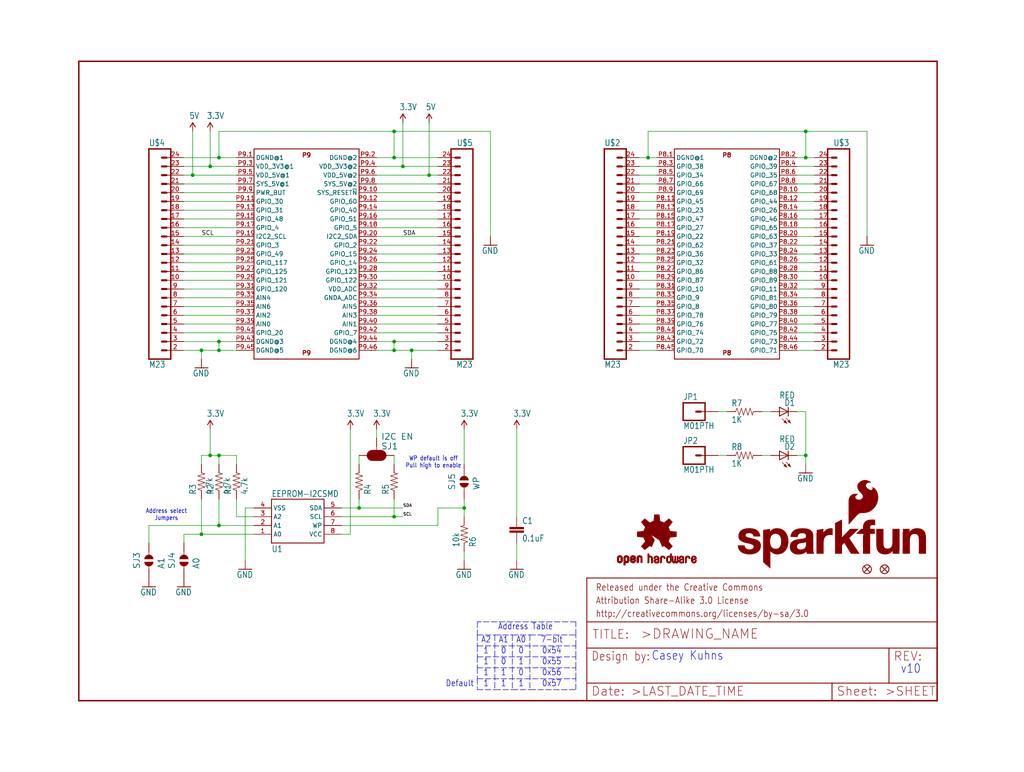
<source format=kicad_sch>
(kicad_sch (version 20211123) (generator eeschema)
  (paper "User" 297.002 223.926)
  (lib_symbols
    (symbol "schematicEagle-eagle-import:0.1UF-25V(+80{slash}-20%)(0603)"
      (property "Reference" "C" (at 1.524 2.921 0))
      (property "Value" "0.1UF-25V(+80{slash}-20%)(0603)" (at 1.524 -2.159 0))
      (symbol "0.1UF-25V(+80{slash}-20%)(0603)_1_0"
        (pin passive line (at 0 5.08 270) (length 2.54) (name "1") (number "1"))
        (pin passive line (at 0 -2.54 90) (length 2.54) (name "2") (number "2"))
      )
    )
    (symbol "schematicEagle-eagle-import:10KOHM1{slash}10W1%(0603)0603"
      (property "Reference" "R" (at -3.81 1.4986 0))
      (property "Value" "10KOHM1{slash}10W1%(0603)0603" (at -3.81 -3.302 0))
      (symbol "10KOHM1{slash}10W1%(0603)0603_1_0"
        (pin passive line (at -5.08 0 0) (length 2.54) (name "1") (number "1"))
        (pin passive line (at 5.08 0 180) (length 2.54) (name "2") (number "2"))
      )
    )
    (symbol "schematicEagle-eagle-import:1KOHM1{slash}10W1%(0603)"
      (property "Reference" "R" (at -3.81 1.4986 0))
      (property "Value" "1KOHM1{slash}10W1%(0603)" (at -3.81 -3.302 0))
      (symbol "1KOHM1{slash}10W1%(0603)_1_0"
        (pin passive line (at -5.08 0 0) (length 2.54) (name "1") (number "1"))
        (pin passive line (at 5.08 0 180) (length 2.54) (name "2") (number "2"))
      )
    )
    (symbol "schematicEagle-eagle-import:3.3V" (power)
      (property "Value" "3.3V" (at -1.016 3.556 0))
      (symbol "3.3V_1_0"
        (pin power_in line (at 0 0 90) (length 2.54) (name "3.3V") (number "1"))
      )
    )
    (symbol "schematicEagle-eagle-import:4.7KOHM1{slash}10W1%(0603)"
      (property "Reference" "R" (at -3.81 1.4986 0))
      (property "Value" "4.7KOHM1{slash}10W1%(0603)" (at -3.81 -3.302 0))
      (symbol "4.7KOHM1{slash}10W1%(0603)_1_0"
        (pin passive line (at -5.08 0 0) (length 2.54) (name "1") (number "1"))
        (pin passive line (at 5.08 0 180) (length 2.54) (name "2") (number "2"))
      )
    )
    (symbol "schematicEagle-eagle-import:5V" (power)
      (property "Value" "5V" (at -1.016 3.556 0))
      (symbol "5V_1_0"
        (pin power_in line (at 0 0 90) (length 2.54) (name "5V") (number "1"))
      )
    )
    (symbol "schematicEagle-eagle-import:BEAGLE_BONE_BLACK_CAPE"
      (symbol "BEAGLE_BONE_BLACK_CAPE_1_0"
        (text "P8" (at 0 -30.48 0) (effects (font (size 1.27 1.27) (thickness 0.254) bold) (justify top)))
        (text "P8" (at 0 25.4 0) (effects (font (size 1.27 1.27) (thickness 0.254) bold) (justify bottom)))
        (pin bidirectional line (at -20.32 25.4 0) (length 5.08) (name "DGND@1") (number "P8.1"))
        (pin bidirectional line (at 20.32 15.24 180) (length 5.08) (name "GPIO_68") (number "P8.10"))
        (pin bidirectional line (at -20.32 12.7 0) (length 5.08) (name "GPIO_45") (number "P8.11"))
        (pin bidirectional line (at 20.32 12.7 180) (length 5.08) (name "GPIO_44") (number "P8.12"))
        (pin bidirectional line (at -20.32 10.16 0) (length 5.08) (name "GPIO_23") (number "P8.13"))
        (pin bidirectional line (at 20.32 10.16 180) (length 5.08) (name "GPIO_26") (number "P8.14"))
        (pin bidirectional line (at -20.32 7.62 0) (length 5.08) (name "GPIO_47") (number "P8.15"))
        (pin bidirectional line (at 20.32 7.62 180) (length 5.08) (name "GPIO_46") (number "P8.16"))
        (pin bidirectional line (at -20.32 5.08 0) (length 5.08) (name "GPIO_27") (number "P8.17"))
        (pin bidirectional line (at 20.32 5.08 180) (length 5.08) (name "GPIO_65") (number "P8.18"))
        (pin bidirectional line (at -20.32 2.54 0) (length 5.08) (name "GPIO_22") (number "P8.19"))
        (pin bidirectional line (at 20.32 25.4 180) (length 5.08) (name "DGND@2") (number "P8.2"))
        (pin bidirectional line (at 20.32 2.54 180) (length 5.08) (name "GPIO_63") (number "P8.20"))
        (pin bidirectional line (at -20.32 0 0) (length 5.08) (name "GPIO_62") (number "P8.21"))
        (pin bidirectional line (at 20.32 0 180) (length 5.08) (name "GPIO_37") (number "P8.22"))
        (pin bidirectional line (at -20.32 -2.54 0) (length 5.08) (name "GPIO_36") (number "P8.23"))
        (pin bidirectional line (at 20.32 -2.54 180) (length 5.08) (name "GPIO_33") (number "P8.24"))
        (pin bidirectional line (at -20.32 -5.08 0) (length 5.08) (name "GPIO_32") (number "P8.25"))
        (pin bidirectional line (at 20.32 -5.08 180) (length 5.08) (name "GPIO_61") (number "P8.26"))
        (pin bidirectional line (at -20.32 -7.62 0) (length 5.08) (name "GPIO_86") (number "P8.27"))
        (pin bidirectional line (at 20.32 -7.62 180) (length 5.08) (name "GPIO_88") (number "P8.28"))
        (pin bidirectional line (at -20.32 -10.16 0) (length 5.08) (name "GPIO_87") (number "P8.29"))
        (pin bidirectional line (at -20.32 22.86 0) (length 5.08) (name "GPIO_38") (number "P8.3"))
        (pin bidirectional line (at 20.32 -10.16 180) (length 5.08) (name "GPIO_89") (number "P8.30"))
        (pin bidirectional line (at -20.32 -12.7 0) (length 5.08) (name "GPIO_10") (number "P8.31"))
        (pin bidirectional line (at 20.32 -12.7 180) (length 5.08) (name "GPIO_11") (number "P8.32"))
        (pin bidirectional line (at -20.32 -15.24 0) (length 5.08) (name "GPIO_9") (number "P8.33"))
        (pin bidirectional line (at 20.32 -15.24 180) (length 5.08) (name "GPIO_81") (number "P8.34"))
        (pin bidirectional line (at -20.32 -17.78 0) (length 5.08) (name "GPIO_8") (number "P8.35"))
        (pin bidirectional line (at 20.32 -17.78 180) (length 5.08) (name "GPIO_80") (number "P8.36"))
        (pin bidirectional line (at -20.32 -20.32 0) (length 5.08) (name "GPIO_78") (number "P8.37"))
        (pin bidirectional line (at 20.32 -20.32 180) (length 5.08) (name "GPIO_79") (number "P8.38"))
        (pin bidirectional line (at -20.32 -22.86 0) (length 5.08) (name "GPIO_76") (number "P8.39"))
        (pin bidirectional line (at 20.32 22.86 180) (length 5.08) (name "GPIO_39") (number "P8.4"))
        (pin bidirectional line (at 20.32 -22.86 180) (length 5.08) (name "GPIO_77") (number "P8.40"))
        (pin bidirectional line (at -20.32 -25.4 0) (length 5.08) (name "GPIO_74") (number "P8.41"))
        (pin bidirectional line (at 20.32 -25.4 180) (length 5.08) (name "GPIO_75") (number "P8.42"))
        (pin bidirectional line (at -20.32 -27.94 0) (length 5.08) (name "GPIO_72") (number "P8.43"))
        (pin bidirectional line (at 20.32 -27.94 180) (length 5.08) (name "GPIO_73") (number "P8.44"))
        (pin bidirectional line (at -20.32 -30.48 0) (length 5.08) (name "GPIO_70") (number "P8.45"))
        (pin bidirectional line (at 20.32 -30.48 180) (length 5.08) (name "GPIO_71") (number "P8.46"))
        (pin bidirectional line (at -20.32 20.32 0) (length 5.08) (name "GPIO_34") (number "P8.5"))
        (pin bidirectional line (at 20.32 20.32 180) (length 5.08) (name "GPIO_35") (number "P8.6"))
        (pin bidirectional line (at -20.32 17.78 0) (length 5.08) (name "GPIO_66") (number "P8.7"))
        (pin bidirectional line (at 20.32 17.78 180) (length 5.08) (name "GPIO_67") (number "P8.8"))
        (pin bidirectional line (at -20.32 15.24 0) (length 5.08) (name "GPIO_69") (number "P8.9"))
      )
      (symbol "BEAGLE_BONE_BLACK_CAPE_2_0"
        (text "P9" (at 0 -30.48 0) (effects (font (size 1.27 1.27) (thickness 0.254) bold) (justify top)))
        (text "P9" (at 0 25.4 0) (effects (font (size 1.27 1.27) (thickness 0.254) bold) (justify bottom)))
        (pin bidirectional line (at -20.32 25.4 0) (length 5.08) (name "DGND@1") (number "P9.1"))
        (pin bidirectional line (at 20.32 15.24 180) (length 5.08) (name "SYS_RESET~{N}") (number "P9.10"))
        (pin bidirectional line (at -20.32 12.7 0) (length 5.08) (name "GPIO_30") (number "P9.11"))
        (pin bidirectional line (at 20.32 12.7 180) (length 5.08) (name "GPIO_60") (number "P9.12"))
        (pin bidirectional line (at -20.32 10.16 0) (length 5.08) (name "GPIO_31") (number "P9.13"))
        (pin bidirectional line (at 20.32 10.16 180) (length 5.08) (name "GPIO_40") (number "P9.14"))
        (pin bidirectional line (at -20.32 7.62 0) (length 5.08) (name "GPIO_48") (number "P9.15"))
        (pin bidirectional line (at 20.32 7.62 180) (length 5.08) (name "GPIO_51") (number "P9.16"))
        (pin bidirectional line (at -20.32 5.08 0) (length 5.08) (name "GPIO_4") (number "P9.17"))
        (pin bidirectional line (at 20.32 5.08 180) (length 5.08) (name "GPIO_5") (number "P9.18"))
        (pin bidirectional line (at -20.32 2.54 0) (length 5.08) (name "I2C2_SCL") (number "P9.19"))
        (pin bidirectional line (at 20.32 25.4 180) (length 5.08) (name "DGND@2") (number "P9.2"))
        (pin bidirectional line (at 20.32 2.54 180) (length 5.08) (name "I2C2_SDA") (number "P9.20"))
        (pin bidirectional line (at -20.32 0 0) (length 5.08) (name "GPIO_3") (number "P9.21"))
        (pin bidirectional line (at 20.32 0 180) (length 5.08) (name "GPIO_2") (number "P9.22"))
        (pin bidirectional line (at -20.32 -2.54 0) (length 5.08) (name "GPIO_49") (number "P9.23"))
        (pin bidirectional line (at 20.32 -2.54 180) (length 5.08) (name "GPIO_15") (number "P9.24"))
        (pin bidirectional line (at -20.32 -5.08 0) (length 5.08) (name "GPIO_117") (number "P9.25"))
        (pin bidirectional line (at 20.32 -5.08 180) (length 5.08) (name "GPIO_14") (number "P9.26"))
        (pin bidirectional line (at -20.32 -7.62 0) (length 5.08) (name "GPIO_125") (number "P9.27"))
        (pin bidirectional line (at 20.32 -7.62 180) (length 5.08) (name "GPIO_123") (number "P9.28"))
        (pin bidirectional line (at -20.32 -10.16 0) (length 5.08) (name "GPIO_121") (number "P9.29"))
        (pin bidirectional line (at -20.32 22.86 0) (length 5.08) (name "VDD_3V3@1") (number "P9.3"))
        (pin bidirectional line (at 20.32 -10.16 180) (length 5.08) (name "GPIO_122") (number "P9.30"))
        (pin bidirectional line (at -20.32 -12.7 0) (length 5.08) (name "GPIO_120") (number "P9.31"))
        (pin bidirectional line (at 20.32 -12.7 180) (length 5.08) (name "VDD_ADC") (number "P9.32"))
        (pin bidirectional line (at -20.32 -15.24 0) (length 5.08) (name "AIN4") (number "P9.33"))
        (pin bidirectional line (at 20.32 -15.24 180) (length 5.08) (name "GNDA_ADC") (number "P9.34"))
        (pin bidirectional line (at -20.32 -17.78 0) (length 5.08) (name "AIN6") (number "P9.35"))
        (pin bidirectional line (at 20.32 -17.78 180) (length 5.08) (name "AIN5") (number "P9.36"))
        (pin bidirectional line (at -20.32 -20.32 0) (length 5.08) (name "AIN2") (number "P9.37"))
        (pin bidirectional line (at 20.32 -20.32 180) (length 5.08) (name "AIN3") (number "P9.38"))
        (pin bidirectional line (at -20.32 -22.86 0) (length 5.08) (name "AIN0") (number "P9.39"))
        (pin bidirectional line (at 20.32 22.86 180) (length 5.08) (name "VDD_3V3@2") (number "P9.4"))
        (pin bidirectional line (at 20.32 -22.86 180) (length 5.08) (name "AIN1") (number "P9.40"))
        (pin bidirectional line (at -20.32 -25.4 0) (length 5.08) (name "GPIO_20") (number "P9.41"))
        (pin bidirectional line (at 20.32 -25.4 180) (length 5.08) (name "GPIO_7") (number "P9.42"))
        (pin bidirectional line (at -20.32 -27.94 0) (length 5.08) (name "DGND@3") (number "P9.43"))
        (pin bidirectional line (at 20.32 -27.94 180) (length 5.08) (name "DGND@4") (number "P9.44"))
        (pin bidirectional line (at -20.32 -30.48 0) (length 5.08) (name "DGND@5") (number "P9.45"))
        (pin bidirectional line (at 20.32 -30.48 180) (length 5.08) (name "DGND@6") (number "P9.46"))
        (pin bidirectional line (at -20.32 20.32 0) (length 5.08) (name "VDD_5V@1") (number "P9.5"))
        (pin bidirectional line (at 20.32 20.32 180) (length 5.08) (name "VDD_5V@2") (number "P9.6"))
        (pin bidirectional line (at -20.32 17.78 0) (length 5.08) (name "SYS_5V@1") (number "P9.7"))
        (pin bidirectional line (at 20.32 17.78 180) (length 5.08) (name "SYS_5V@2") (number "P9.8"))
        (pin bidirectional line (at -20.32 15.24 0) (length 5.08) (name "PWR_BUT") (number "P9.9"))
      )
    )
    (symbol "schematicEagle-eagle-import:EEPROM-I2CSMD"
      (property "Reference" "U" (at -7.62 8.382 0))
      (property "Value" "EEPROM-I2CSMD" (at -7.62 -7.62 0))
      (symbol "EEPROM-I2CSMD_1_0"
        (pin bidirectional line (at -12.7 5.08 0) (length 5.08) (name "A0") (number "1"))
        (pin bidirectional line (at -12.7 2.54 0) (length 5.08) (name "A1") (number "2"))
        (pin bidirectional line (at -12.7 0 0) (length 5.08) (name "A2") (number "3"))
        (pin power_in line (at -12.7 -2.54 0) (length 5.08) (name "VSS") (number "4"))
        (pin bidirectional line (at 12.7 -2.54 180) (length 5.08) (name "SDA") (number "5"))
        (pin bidirectional line (at 12.7 0 180) (length 5.08) (name "SCL") (number "6"))
        (pin bidirectional line (at 12.7 2.54 180) (length 5.08) (name "WP") (number "7"))
        (pin power_in line (at 12.7 5.08 180) (length 5.08) (name "VCC") (number "8"))
      )
    )
    (symbol "schematicEagle-eagle-import:FIDUCIAL1X2")
    (symbol "schematicEagle-eagle-import:FRAME-LETTER"
      (symbol "FRAME-LETTER_2_0"
        (text ">DRAWING_NAME" (at 15.494 17.78 0) (effects (font (size 2.7432 2.7432)) (justify left bottom)))
        (text ">LAST_DATE_TIME" (at 12.7 1.27 0) (effects (font (size 2.54 2.54)) (justify left bottom)))
        (text ">SHEET" (at 86.36 1.27 0) (effects (font (size 2.54 2.54)) (justify left bottom)))
        (text "Attribution Share-Alike 3.0 License" (at 2.54 27.94 0) (effects (font (size 1.9304 1.6408)) (justify left bottom)))
        (text "Date:" (at 1.27 1.27 0) (effects (font (size 2.54 2.54)) (justify left bottom)))
        (text "Design by:" (at 1.27 11.43 0) (effects (font (size 2.54 2.159)) (justify left bottom)))
        (text "http://creativecommons.org/licenses/by-sa/3.0" (at 2.54 24.13 0) (effects (font (size 1.9304 1.6408)) (justify left bottom)))
        (text "Released under the Creative Commons" (at 2.54 31.75 0) (effects (font (size 1.9304 1.6408)) (justify left bottom)))
        (text "REV:" (at 88.9 11.43 0) (effects (font (size 2.54 2.54)) (justify left bottom)))
        (text "Sheet:" (at 72.39 1.27 0) (effects (font (size 2.54 2.54)) (justify left bottom)))
        (text "TITLE:" (at 1.524 17.78 0) (effects (font (size 2.54 2.54)) (justify left bottom)))
      )
    )
    (symbol "schematicEagle-eagle-import:GND" (power)
      (property "Value" "GND" (at -2.54 -2.54 0))
      (symbol "GND_1_0"
        (pin power_in line (at 0 2.54 270) (length 2.54) (name "GND") (number "1"))
      )
    )
    (symbol "schematicEagle-eagle-import:JUMPER-SMT_2_NO_SILK"
      (property "Reference" "JP" (at -2.54 2.54 0))
      (property "Value" "JUMPER-SMT_2_NO_SILK" (at -2.54 -2.54 0))
      (symbol "JUMPER-SMT_2_NO_SILK_1_0"
        (pin passive line (at -5.08 0 0) (length 2.54) (name "1") (number "1"))
        (pin passive line (at 5.08 0 180) (length 2.54) (name "2") (number "2"))
      )
    )
    (symbol "schematicEagle-eagle-import:JUMPER-SMT_3_2-NC_PASTE_SILK"
      (property "Reference" "JP" (at 2.54 0.381 0))
      (property "Value" "JUMPER-SMT_3_2-NC_PASTE_SILK" (at 2.54 -0.381 0))
      (symbol "JUMPER-SMT_3_2-NC_PASTE_SILK_1_0"
        (pin passive line (at 0 5.08 270) (length 2.54) (name "1") (number "1"))
        (pin passive line (at -5.08 0 0) (length 2.54) (name "2") (number "2"))
        (pin passive line (at 0 -5.08 90) (length 2.54) (name "3") (number "3"))
      )
    )
    (symbol "schematicEagle-eagle-import:LED-RED0603"
      (property "Reference" "D" (at 3.556 -4.572 90))
      (property "Value" "LED-RED0603" (at 5.715 -4.572 90))
      (symbol "LED-RED0603_1_0"
        (pin passive line (at 0 2.54 270) (length 2.54) (name "A") (number "A"))
        (pin passive line (at 0 -5.08 90) (length 2.54) (name "C") (number "C"))
      )
    )
    (symbol "schematicEagle-eagle-import:M01PTH"
      (property "Reference" "JP" (at -2.54 3.302 0))
      (property "Value" "M01PTH" (at -2.54 -5.08 0))
      (symbol "M01PTH_1_0"
        (pin passive line (at 7.62 0 180) (length 5.08) (name "1") (number "1"))
      )
    )
    (symbol "schematicEagle-eagle-import:M23"
      (property "Value" "M23" (at -2.54 -35.56 0))
      (symbol "M23_1_0"
        (pin passive line (at 7.62 -10.16 180) (length 5.08) (name "10") (number "10"))
        (pin passive line (at 7.62 -7.62 180) (length 5.08) (name "11") (number "11"))
        (pin passive line (at 7.62 -5.08 180) (length 5.08) (name "12") (number "12"))
        (pin passive line (at 7.62 -2.54 180) (length 5.08) (name "13") (number "13"))
        (pin passive line (at 7.62 0 180) (length 5.08) (name "14") (number "14"))
        (pin passive line (at 7.62 2.54 180) (length 5.08) (name "15") (number "15"))
        (pin passive line (at 7.62 5.08 180) (length 5.08) (name "16") (number "16"))
        (pin passive line (at 7.62 7.62 180) (length 5.08) (name "17") (number "17"))
        (pin passive line (at 7.62 10.16 180) (length 5.08) (name "18") (number "18"))
        (pin passive line (at 7.62 12.7 180) (length 5.08) (name "19") (number "19"))
        (pin passive line (at 7.62 -30.48 180) (length 5.08) (name "2") (number "2"))
        (pin passive line (at 7.62 15.24 180) (length 5.08) (name "20") (number "20"))
        (pin passive line (at 7.62 17.78 180) (length 5.08) (name "21") (number "21"))
        (pin passive line (at 7.62 20.32 180) (length 5.08) (name "22") (number "22"))
        (pin passive line (at 7.62 22.86 180) (length 5.08) (name "23") (number "23"))
        (pin passive line (at 7.62 25.4 180) (length 5.08) (name "24") (number "24"))
        (pin passive line (at 7.62 -27.94 180) (length 5.08) (name "3") (number "3"))
        (pin passive line (at 7.62 -25.4 180) (length 5.08) (name "4") (number "4"))
        (pin passive line (at 7.62 -22.86 180) (length 5.08) (name "5") (number "5"))
        (pin passive line (at 7.62 -20.32 180) (length 5.08) (name "6") (number "6"))
        (pin passive line (at 7.62 -17.78 180) (length 5.08) (name "7") (number "7"))
        (pin passive line (at 7.62 -15.24 180) (length 5.08) (name "8") (number "8"))
        (pin passive line (at 7.62 -12.7 180) (length 5.08) (name "9") (number "9"))
      )
    )
    (symbol "schematicEagle-eagle-import:OSHW-LOGOS")
    (symbol "schematicEagle-eagle-import:SFE_LOGO_NAME_FLAME.1_INCH")
  )
  (junction (at 134.62 147.32))
  (junction (at 233.68 45.72))
  (junction (at 114.3 45.72))
  (junction (at 63.5 132.08))
  (junction (at 233.68 132.08))
  (junction (at 58.42 101.6))
  (junction (at 187.96 45.72))
  (junction (at 119.38 101.6))
  (junction (at 58.42 154.94))
  (junction (at 114.3 101.6))
  (junction (at 55.88 50.8))
  (junction (at 104.14 147.32))
  (junction (at 60.96 48.26))
  (junction (at 60.96 132.08))
  (junction (at 114.3 149.86))
  (junction (at 114.3 38.1))
  (junction (at 114.3 99.06))
  (junction (at 116.84 48.26))
  (junction (at 63.5 45.72))
  (junction (at 63.5 152.4))
  (junction (at 63.5 101.6))
  (junction (at 124.46 50.8))
  (junction (at 233.68 38.1))
  (junction (at 63.5 99.06))
  (wire (pts (xy 220.98 119.38) (xy 223.52 119.38)))
  (wire (pts (xy 236.22 66.04) (xy 231.14 66.04)))
  (wire (pts (xy 236.22 76.2) (xy 231.14 76.2)))
  (wire (pts (xy 149.86 162.56) (xy 149.86 157.48)))
  (polyline (pts (xy 138.43 196.85) (xy 138.43 200.025)))
  (wire (pts (xy 236.22 58.42) (xy 231.14 58.42)))
  (polyline (pts (xy 167.005 187.325) (xy 167.005 184.15)))
  (wire (pts (xy 60.96 48.26) (xy 60.96 38.1)))
  (wire (pts (xy 109.22 124.46) (xy 109.22 127)))
  (wire (pts (xy 114.3 132.08) (xy 114.3 134.62)))
  (wire (pts (xy 127 147.32) (xy 127 152.4)))
  (polyline (pts (xy 138.43 187.325) (xy 138.43 190.5)))
  (wire (pts (xy 99.06 154.94) (xy 101.6 154.94)))
  (wire (pts (xy 127 86.36) (xy 109.22 86.36)))
  (wire (pts (xy 53.34 93.98) (xy 68.58 93.98)))
  (wire (pts (xy 134.62 147.32) (xy 134.62 149.86)))
  (wire (pts (xy 114.3 149.86) (xy 116.84 149.86)))
  (wire (pts (xy 53.34 99.06) (xy 63.5 99.06)))
  (wire (pts (xy 114.3 38.1) (xy 114.3 45.72)))
  (wire (pts (xy 114.3 99.06) (xy 114.3 101.6)))
  (wire (pts (xy 127 73.66) (xy 109.22 73.66)))
  (wire (pts (xy 58.42 154.94) (xy 58.42 144.78)))
  (wire (pts (xy 63.5 101.6) (xy 63.5 99.06)))
  (wire (pts (xy 149.86 124.46) (xy 149.86 149.86)))
  (wire (pts (xy 53.34 50.8) (xy 55.88 50.8)))
  (wire (pts (xy 127 91.44) (xy 109.22 91.44)))
  (polyline (pts (xy 167.005 180.34) (xy 138.43 180.34)))
  (wire (pts (xy 251.46 38.1) (xy 251.46 68.58)))
  (polyline (pts (xy 167.005 190.5) (xy 167.005 187.325)))
  (wire (pts (xy 99.06 149.86) (xy 114.3 149.86)))
  (wire (pts (xy 127 93.98) (xy 109.22 93.98)))
  (wire (pts (xy 134.62 124.46) (xy 134.62 134.62)))
  (wire (pts (xy 53.34 53.34) (xy 68.58 53.34)))
  (wire (pts (xy 236.22 73.66) (xy 231.14 73.66)))
  (wire (pts (xy 127 78.74) (xy 109.22 78.74)))
  (polyline (pts (xy 138.43 190.5) (xy 167.005 190.5)))
  (wire (pts (xy 68.58 149.86) (xy 68.58 144.78)))
  (wire (pts (xy 134.62 162.56) (xy 134.62 160.02)))
  (wire (pts (xy 63.5 132.08) (xy 68.58 132.08)))
  (wire (pts (xy 127 50.8) (xy 124.46 50.8)))
  (wire (pts (xy 236.22 55.88) (xy 231.14 55.88)))
  (wire (pts (xy 53.34 60.96) (xy 68.58 60.96)))
  (wire (pts (xy 185.42 81.28) (xy 190.5 81.28)))
  (wire (pts (xy 127 152.4) (xy 99.06 152.4)))
  (polyline (pts (xy 153.67 200.025) (xy 167.005 200.025)))
  (wire (pts (xy 142.24 38.1) (xy 142.24 68.58)))
  (wire (pts (xy 236.22 68.58) (xy 231.14 68.58)))
  (wire (pts (xy 63.5 99.06) (xy 68.58 99.06)))
  (wire (pts (xy 109.22 99.06) (xy 114.3 99.06)))
  (wire (pts (xy 134.62 144.78) (xy 134.62 147.32)))
  (polyline (pts (xy 138.43 184.15) (xy 138.43 187.325)))
  (wire (pts (xy 127 96.52) (xy 109.22 96.52)))
  (wire (pts (xy 127 55.88) (xy 109.22 55.88)))
  (wire (pts (xy 53.34 63.5) (xy 68.58 63.5)))
  (wire (pts (xy 53.34 71.12) (xy 68.58 71.12)))
  (polyline (pts (xy 138.43 187.325) (xy 167.005 187.325)))
  (wire (pts (xy 53.34 81.28) (xy 68.58 81.28)))
  (wire (pts (xy 53.34 48.26) (xy 60.96 48.26)))
  (wire (pts (xy 185.42 86.36) (xy 190.5 86.36)))
  (wire (pts (xy 185.42 93.98) (xy 190.5 93.98)))
  (wire (pts (xy 185.42 73.66) (xy 190.5 73.66)))
  (wire (pts (xy 127 88.9) (xy 109.22 88.9)))
  (wire (pts (xy 114.3 101.6) (xy 119.38 101.6)))
  (wire (pts (xy 114.3 38.1) (xy 142.24 38.1)))
  (polyline (pts (xy 153.67 184.15) (xy 153.67 200.025)))
  (polyline (pts (xy 138.43 196.85) (xy 167.005 196.85)))
  (wire (pts (xy 236.22 48.26) (xy 231.14 48.26)))
  (wire (pts (xy 127 71.12) (xy 109.22 71.12)))
  (wire (pts (xy 53.34 68.58) (xy 68.58 68.58)))
  (wire (pts (xy 208.28 119.38) (xy 210.82 119.38)))
  (wire (pts (xy 233.68 45.72) (xy 236.22 45.72)))
  (wire (pts (xy 236.22 60.96) (xy 231.14 60.96)))
  (wire (pts (xy 127 48.26) (xy 116.84 48.26)))
  (wire (pts (xy 185.42 88.9) (xy 190.5 88.9)))
  (wire (pts (xy 60.96 124.46) (xy 60.96 132.08)))
  (wire (pts (xy 233.68 132.08) (xy 231.14 132.08)))
  (wire (pts (xy 185.42 91.44) (xy 190.5 91.44)))
  (wire (pts (xy 114.3 149.86) (xy 114.3 144.78)))
  (wire (pts (xy 68.58 132.08) (xy 68.58 134.62)))
  (wire (pts (xy 233.68 132.08) (xy 233.68 134.62)))
  (wire (pts (xy 104.14 147.32) (xy 116.84 147.32)))
  (wire (pts (xy 185.42 83.82) (xy 190.5 83.82)))
  (wire (pts (xy 236.22 101.6) (xy 231.14 101.6)))
  (wire (pts (xy 63.5 152.4) (xy 43.18 152.4)))
  (polyline (pts (xy 148.59 184.15) (xy 148.59 200.025)))
  (polyline (pts (xy 143.51 184.15) (xy 148.59 184.15)))
  (wire (pts (xy 58.42 101.6) (xy 53.34 101.6)))
  (polyline (pts (xy 167.005 184.15) (xy 167.005 180.34)))
  (wire (pts (xy 233.68 45.72) (xy 231.14 45.72)))
  (wire (pts (xy 236.22 86.36) (xy 231.14 86.36)))
  (wire (pts (xy 109.22 101.6) (xy 114.3 101.6)))
  (wire (pts (xy 127 66.04) (xy 109.22 66.04)))
  (wire (pts (xy 55.88 50.8) (xy 55.88 38.1)))
  (wire (pts (xy 119.38 101.6) (xy 119.38 104.14)))
  (wire (pts (xy 68.58 101.6) (xy 63.5 101.6)))
  (wire (pts (xy 236.22 50.8) (xy 231.14 50.8)))
  (wire (pts (xy 53.34 96.52) (xy 68.58 96.52)))
  (wire (pts (xy 231.14 119.38) (xy 233.68 119.38)))
  (wire (pts (xy 53.34 76.2) (xy 68.58 76.2)))
  (polyline (pts (xy 138.43 200.025) (xy 143.51 200.025)))
  (wire (pts (xy 185.42 99.06) (xy 190.5 99.06)))
  (wire (pts (xy 119.38 101.6) (xy 127 101.6)))
  (wire (pts (xy 53.34 78.74) (xy 68.58 78.74)))
  (polyline (pts (xy 138.43 184.15) (xy 143.51 184.15)))
  (wire (pts (xy 187.96 38.1) (xy 233.68 38.1)))
  (wire (pts (xy 124.46 50.8) (xy 124.46 35.56)))
  (wire (pts (xy 236.22 71.12) (xy 231.14 71.12)))
  (wire (pts (xy 134.62 147.32) (xy 127 147.32)))
  (wire (pts (xy 53.34 58.42) (xy 68.58 58.42)))
  (wire (pts (xy 185.42 66.04) (xy 190.5 66.04)))
  (wire (pts (xy 58.42 132.08) (xy 60.96 132.08)))
  (wire (pts (xy 127 45.72) (xy 114.3 45.72)))
  (wire (pts (xy 124.46 50.8) (xy 109.22 50.8)))
  (wire (pts (xy 220.98 132.08) (xy 223.52 132.08)))
  (wire (pts (xy 208.28 132.08) (xy 210.82 132.08)))
  (wire (pts (xy 53.34 66.04) (xy 68.58 66.04)))
  (wire (pts (xy 68.58 45.72) (xy 63.5 45.72)))
  (wire (pts (xy 73.66 154.94) (xy 58.42 154.94)))
  (wire (pts (xy 63.5 101.6) (xy 58.42 101.6)))
  (wire (pts (xy 55.88 50.8) (xy 68.58 50.8)))
  (wire (pts (xy 185.42 45.72) (xy 187.96 45.72)))
  (polyline (pts (xy 138.43 193.675) (xy 138.43 196.85)))
  (wire (pts (xy 101.6 154.94) (xy 101.6 124.46)))
  (polyline (pts (xy 143.51 184.15) (xy 143.51 200.025)))
  (wire (pts (xy 116.84 48.26) (xy 109.22 48.26)))
  (wire (pts (xy 185.42 76.2) (xy 190.5 76.2)))
  (wire (pts (xy 236.22 83.82) (xy 231.14 83.82)))
  (wire (pts (xy 185.42 58.42) (xy 190.5 58.42)))
  (wire (pts (xy 71.12 147.32) (xy 71.12 162.56)))
  (wire (pts (xy 63.5 45.72) (xy 53.34 45.72)))
  (wire (pts (xy 185.42 55.88) (xy 190.5 55.88)))
  (wire (pts (xy 63.5 132.08) (xy 63.5 134.62)))
  (wire (pts (xy 63.5 38.1) (xy 114.3 38.1)))
  (wire (pts (xy 53.34 154.94) (xy 53.34 157.48)))
  (wire (pts (xy 185.42 71.12) (xy 190.5 71.12)))
  (wire (pts (xy 73.66 147.32) (xy 71.12 147.32)))
  (polyline (pts (xy 138.43 180.34) (xy 138.43 184.15)))
  (wire (pts (xy 187.96 45.72) (xy 190.5 45.72)))
  (wire (pts (xy 53.34 88.9) (xy 68.58 88.9)))
  (wire (pts (xy 236.22 78.74) (xy 231.14 78.74)))
  (wire (pts (xy 185.42 63.5) (xy 190.5 63.5)))
  (polyline (pts (xy 167.005 196.85) (xy 167.005 193.675)))
  (wire (pts (xy 185.42 101.6) (xy 190.5 101.6)))
  (wire (pts (xy 233.68 38.1) (xy 251.46 38.1)))
  (wire (pts (xy 236.22 93.98) (xy 231.14 93.98)))
  (wire (pts (xy 127 76.2) (xy 109.22 76.2)))
  (polyline (pts (xy 148.59 200.025) (xy 153.67 200.025)))
  (wire (pts (xy 236.22 53.34) (xy 231.14 53.34)))
  (wire (pts (xy 187.96 45.72) (xy 187.96 38.1)))
  (polyline (pts (xy 138.43 193.675) (xy 167.005 193.675)))
  (wire (pts (xy 185.42 60.96) (xy 190.5 60.96)))
  (wire (pts (xy 127 53.34) (xy 109.22 53.34)))
  (wire (pts (xy 236.22 81.28) (xy 231.14 81.28)))
  (wire (pts (xy 60.96 132.08) (xy 63.5 132.08)))
  (polyline (pts (xy 167.005 193.675) (xy 167.005 190.5)))
  (wire (pts (xy 127 63.5) (xy 109.22 63.5)))
  (wire (pts (xy 73.66 152.4) (xy 63.5 152.4)))
  (polyline (pts (xy 148.59 184.15) (xy 153.67 184.15)))
  (wire (pts (xy 104.14 132.08) (xy 104.14 134.62)))
  (wire (pts (xy 236.22 99.06) (xy 231.14 99.06)))
  (wire (pts (xy 185.42 96.52) (xy 190.5 96.52)))
  (wire (pts (xy 236.22 91.44) (xy 231.14 91.44)))
  (wire (pts (xy 185.42 50.8) (xy 190.5 50.8)))
  (wire (pts (xy 53.34 91.44) (xy 68.58 91.44)))
  (wire (pts (xy 104.14 147.32) (xy 104.14 144.78)))
  (wire (pts (xy 185.42 78.74) (xy 190.5 78.74)))
  (wire (pts (xy 53.34 86.36) (xy 68.58 86.36)))
  (wire (pts (xy 63.5 152.4) (xy 63.5 144.78)))
  (wire (pts (xy 236.22 63.5) (xy 231.14 63.5)))
  (wire (pts (xy 58.42 101.6) (xy 58.42 104.14)))
  (polyline (pts (xy 138.43 190.5) (xy 138.43 193.675)))
  (wire (pts (xy 236.22 96.52) (xy 231.14 96.52)))
  (wire (pts (xy 127 81.28) (xy 109.22 81.28)))
  (wire (pts (xy 58.42 134.62) (xy 58.42 132.08)))
  (wire (pts (xy 185.42 48.26) (xy 190.5 48.26)))
  (wire (pts (xy 236.22 88.9) (xy 231.14 88.9)))
  (wire (pts (xy 114.3 45.72) (xy 109.22 45.72)))
  (wire (pts (xy 127 58.42) (xy 109.22 58.42)))
  (wire (pts (xy 43.18 152.4) (xy 43.18 157.48)))
  (wire (pts (xy 99.06 147.32) (xy 104.14 147.32)))
  (wire (pts (xy 53.34 73.66) (xy 68.58 73.66)))
  (wire (pts (xy 63.5 45.72) (xy 63.5 38.1)))
  (wire (pts (xy 73.66 149.86) (xy 68.58 149.86)))
  (wire (pts (xy 185.42 53.34) (xy 190.5 53.34)))
  (wire (pts (xy 116.84 48.26) (xy 116.84 35.56)))
  (polyline (pts (xy 143.51 200.025) (xy 148.59 200.025)))
  (wire (pts (xy 53.34 83.82) (xy 68.58 83.82)))
  (polyline (pts (xy 167.005 200.025) (xy 167.005 196.85)))
  (wire (pts (xy 127 68.58) (xy 109.22 68.58)))
  (wire (pts (xy 127 83.82) (xy 109.22 83.82)))
  (wire (pts (xy 185.42 68.58) (xy 190.5 68.58)))
  (polyline (pts (xy 153.67 184.15) (xy 167.005 184.15)))
  (wire (pts (xy 233.68 38.1) (xy 233.68 45.72)))
  (wire (pts (xy 233.68 119.38) (xy 233.68 132.08)))
  (wire (pts (xy 58.42 154.94) (xy 53.34 154.94)))
  (wire (pts (xy 60.96 48.26) (xy 68.58 48.26)))
  (wire (pts (xy 114.3 99.06) (xy 127 99.06)))
  (wire (pts (xy 53.34 55.88) (xy 68.58 55.88)))
  (wire (pts (xy 127 60.96) (xy 109.22 60.96)))
  (text "A1" (at 146.05 186.69 180) (effects (font (size 1.778 1.5113)) (justify bottom)))
  (text "0x54" (at 160.02 189.865 180) (effects (font (size 1.778 1.5113)) (justify bottom)))
  (text "0" (at 146.05 189.865 180) (effects (font (size 1.778 1.5113)) (justify bottom)))
  (text "1" (at 146.05 196.215 180) (effects (font (size 1.778 1.5113)) (justify bottom)))
  (text "7-bit" (at 160.02 186.69 180) (effects (font (size 1.778 1.5113)) (justify bottom)))
  (text "0x55" (at 160.02 193.04 180) (effects (font (size 1.778 1.5113)) (justify bottom)))
  (text "A2" (at 140.97 186.69 180) (effects (font (size 1.778 1.5113)) (justify bottom)))
  (text "1" (at 140.97 199.39 180) (effects (font (size 1.778 1.5113)) (justify bottom)))
  (text "1" (at 151.13 193.04 180) (effects (font (size 1.778 1.5113)) (justify bottom)))
  (text "Casey Kuhns" (at 199.39 191.77 180) (effects (font (size 2.54 2.159)) (justify bottom)))
  (text "1" (at 140.97 193.04 180) (effects (font (size 1.778 1.5113)) (justify bottom)))
  (text "WP default is off\nPull high to enable" (at 125.73 135.89 180) (effects (font (size 1.27 1.0795)) (justify bottom)))
  (text "Default" (at 133.35 199.39 180) (effects (font (size 1.778 1.5113)) (justify bottom)))
  (text "1" (at 151.13 199.39 180) (effects (font (size 1.778 1.5113)) (justify bottom)))
  (text "Address select\nJumpers" (at 48.26 151.13 180) (effects (font (size 1.27 1.0795)) (justify bottom)))
  (text "0" (at 146.05 193.04 180) (effects (font (size 1.778 1.5113)) (justify bottom)))
  (text "0" (at 151.13 189.865 180) (effects (font (size 1.778 1.5113)) (justify bottom)))
  (text "Address Table" (at 152.4 182.88 180) (effects (font (size 1.778 1.5113)) (justify bottom)))
  (text "0x56" (at 160.02 196.215 180) (effects (font (size 1.778 1.5113)) (justify bottom)))
  (text "0" (at 151.13 196.215 180) (effects (font (size 1.778 1.5113)) (justify bottom)))
  (text "0x57" (at 160.02 199.39 180) (effects (font (size 1.778 1.5113)) (justify bottom)))
  (text "1" (at 140.97 196.215 180) (effects (font (size 1.778 1.5113)) (justify bottom)))
  (text "1" (at 140.97 189.865 180) (effects (font (size 1.778 1.5113)) (justify bottom)))
  (text "v10" (at 264.16 195.58 180) (effects (font (size 2.54 2.159)) (justify bottom)))
  (text "A0" (at 151.13 186.69 180) (effects (font (size 1.778 1.5113)) (justify bottom)))
  (text "1" (at 146.05 199.39 180) (effects (font (size 1.778 1.5113)) (justify bottom)))
  (label "SDA" (at 116.84 147.32 0) (effects (font (size 0.889 0.889))))
  (label "SCL" (at 116.84 149.86 0) (effects (font (size 0.889 0.889))))
  (label "SCL" (at 58.42 68.58 0) (effects (font (size 1.2446 1.2446))))
  (label "SDA" (at 116.84 68.58 0) (effects (font (size 1.2446 1.2446))))
  (symbol (lib_id "schematicEagle-eagle-import:GND") (at 43.18 170.18 0) (unit 1)
    (property "Reference" "#GND9" (effects hide))
    (property "Value" "GND" (at 40.64 172.72 0) (effects (font (size 1.778 1.5113)) (justify left bottom)))
    (property "Footprint" "schematicEagle:" (effects hide))
  )
  (symbol (lib_id "schematicEagle-eagle-import:FRAME-LETTER") (at 22.86 203.2 0) (unit 1)
    (property "Reference" "FRAME1" (effects hide))
    (property "Value" "FRAME-LETTER" (effects hide))
    (property "Footprint" "schematicEagle:CREATIVE_COMMONS" (effects hide))
  )
  (symbol (lib_id "schematicEagle-eagle-import:3.3V") (at 101.6 124.46 0) (unit 1)
    (property "Reference" "#SUPPLY4" (effects hide))
    (property "Value" "3.3V" (at 100.584 120.904 0) (effects (font (size 1.778 1.5113)) (justify left bottom)))
    (property "Footprint" "schematicEagle:" (effects hide))
  )
  (symbol (lib_id "schematicEagle-eagle-import:GND") (at 149.86 165.1 0) (unit 1)
    (property "Reference" "#GND3" (effects hide))
    (property "Value" "GND" (at 147.32 167.64 0) (effects (font (size 1.778 1.5113)) (justify left bottom)))
    (property "Footprint" "schematicEagle:" (effects hide))
  )
  (symbol (lib_id "schematicEagle-eagle-import:M23") (at 45.72 71.12 0) (unit 1)
    (property "Reference" "U$4" (at 43.18 42.418 0) (effects (font (size 1.778 1.5113)) (justify left bottom)))
    (property "Value" "M23" (at 43.18 106.68 0) (effects (font (size 1.778 1.5113)) (justify left bottom)))
    (property "Footprint" "schematicEagle:1X23" (effects hide))
  )
  (symbol (lib_id "schematicEagle-eagle-import:3.3V") (at 60.96 38.1 0) (unit 1)
    (property "Reference" "#SUPPLY6" (effects hide))
    (property "Value" "3.3V" (at 59.944 34.544 0) (effects (font (size 1.778 1.5113)) (justify left bottom)))
    (property "Footprint" "schematicEagle:" (effects hide))
  )
  (symbol (lib_id "schematicEagle-eagle-import:10KOHM1{slash}10W1%(0603)0603") (at 134.62 154.94 270) (mirror x) (unit 1)
    (property "Reference" "R6" (at 136.1186 158.75 0) (effects (font (size 1.778 1.5113)) (justify left bottom)))
    (property "Value" "10k" (at 131.318 158.75 0) (effects (font (size 1.778 1.5113)) (justify left bottom)))
    (property "Footprint" "schematicEagle:0603-RES" (effects hide))
  )
  (symbol (lib_id "schematicEagle-eagle-import:M01PTH") (at 200.66 119.38 0) (unit 1)
    (property "Reference" "JP1" (at 198.12 116.078 0) (effects (font (size 1.778 1.5113)) (justify left bottom)))
    (property "Value" "M01PTH" (at 198.12 124.46 0) (effects (font (size 1.778 1.5113)) (justify left bottom)))
    (property "Footprint" "schematicEagle:1X01" (effects hide))
  )
  (symbol (lib_id "schematicEagle-eagle-import:JUMPER-SMT_2_NO_SILK") (at 134.62 139.7 90) (unit 1)
    (property "Reference" "SJ5" (at 132.08 142.24 0) (effects (font (size 1.778 1.778)) (justify left bottom)))
    (property "Value" "WP" (at 137.16 142.24 0) (effects (font (size 1.778 1.778)) (justify left top)))
    (property "Footprint" "schematicEagle:SMT-JUMPER_2_NO_SILK" (effects hide))
  )
  (symbol (lib_id "schematicEagle-eagle-import:3.3V") (at 109.22 124.46 0) (unit 1)
    (property "Reference" "#SUPPLY1" (effects hide))
    (property "Value" "3.3V" (at 108.204 120.904 0) (effects (font (size 1.778 1.5113)) (justify left bottom)))
    (property "Footprint" "schematicEagle:" (effects hide))
  )
  (symbol (lib_id "schematicEagle-eagle-import:GND") (at 119.38 106.68 0) (unit 1)
    (property "Reference" "#GND5" (effects hide))
    (property "Value" "GND" (at 116.84 109.22 0) (effects (font (size 1.778 1.5113)) (justify left bottom)))
    (property "Footprint" "schematicEagle:" (effects hide))
  )
  (symbol (lib_id "schematicEagle-eagle-import:GND") (at 134.62 165.1 0) (unit 1)
    (property "Reference" "#GND4" (effects hide))
    (property "Value" "GND" (at 132.08 167.64 0) (effects (font (size 1.778 1.5113)) (justify left bottom)))
    (property "Footprint" "schematicEagle:" (effects hide))
  )
  (symbol (lib_id "schematicEagle-eagle-import:FRAME-LETTER") (at 170.18 203.2 0) (unit 2)
    (property "Reference" "FRAME1" (effects hide))
    (property "Value" "FRAME-LETTER" (effects hide))
    (property "Footprint" "schematicEagle:CREATIVE_COMMONS" (effects hide))
  )
  (symbol (lib_id "schematicEagle-eagle-import:4.7KOHM1{slash}10W1%(0603)") (at 104.14 139.7 270) (mirror x) (unit 1)
    (property "Reference" "R4" (at 105.6386 143.51 0) (effects (font (size 1.778 1.5113)) (justify left bottom)))
    (property "Value" "4.7k" (at 100.838 143.51 0) (effects (font (size 1.778 1.5113)) (justify left bottom)))
    (property "Footprint" "schematicEagle:0603@1" (effects hide))
    (property "Value" "4.7k" (effects hide))
  )
  (symbol (lib_id "schematicEagle-eagle-import:5V") (at 124.46 35.56 0) (unit 1)
    (property "Reference" "#SUPPLY9" (effects hide))
    (property "Value" "5V" (at 123.444 32.004 0) (effects (font (size 1.778 1.5113)) (justify left bottom)))
    (property "Footprint" "schematicEagle:" (effects hide))
  )
  (symbol (lib_id "schematicEagle-eagle-import:GND") (at 58.42 106.68 0) (unit 1)
    (property "Reference" "#GND6" (effects hide))
    (property "Value" "GND" (at 55.88 109.22 0) (effects (font (size 1.778 1.5113)) (justify left bottom)))
    (property "Footprint" "schematicEagle:" (effects hide))
  )
  (symbol (lib_id "schematicEagle-eagle-import:GND") (at 53.34 170.18 0) (unit 1)
    (property "Reference" "#GND2" (effects hide))
    (property "Value" "GND" (at 50.8 172.72 0) (effects (font (size 1.778 1.5113)) (justify left bottom)))
    (property "Footprint" "schematicEagle:" (effects hide))
  )
  (symbol (lib_id "schematicEagle-eagle-import:FIDUCIAL1X2") (at 256.54 165.1 0) (unit 1)
    (property "Reference" "FID2" (effects hide))
    (property "Value" "FIDUCIAL1X2" (effects hide))
    (property "Footprint" "schematicEagle:FIDUCIAL-1X2" (effects hide))
  )
  (symbol (lib_id "schematicEagle-eagle-import:1KOHM1{slash}10W1%(0603)") (at 215.9 132.08 0) (unit 1)
    (property "Reference" "R8" (at 212.09 130.5814 0) (effects (font (size 1.778 1.5113)) (justify left bottom)))
    (property "Value" "1K" (at 212.09 135.382 0) (effects (font (size 1.778 1.5113)) (justify left bottom)))
    (property "Footprint" "schematicEagle:0603-RES" (effects hide))
  )
  (symbol (lib_id "schematicEagle-eagle-import:M23") (at 134.62 71.12 0) (mirror y) (unit 1)
    (property "Reference" "U$5" (at 137.16 42.418 0) (effects (font (size 1.778 1.5113)) (justify left bottom)))
    (property "Value" "M23" (at 137.16 106.68 0) (effects (font (size 1.778 1.5113)) (justify left bottom)))
    (property "Footprint" "schematicEagle:1X23" (effects hide))
  )
  (symbol (lib_id "schematicEagle-eagle-import:1KOHM1{slash}10W1%(0603)") (at 215.9 119.38 0) (unit 1)
    (property "Reference" "R7" (at 212.09 117.8814 0) (effects (font (size 1.778 1.5113)) (justify left bottom)))
    (property "Value" "1K" (at 212.09 122.682 0) (effects (font (size 1.778 1.5113)) (justify left bottom)))
    (property "Footprint" "schematicEagle:0603-RES" (effects hide))
  )
  (symbol (lib_id "schematicEagle-eagle-import:3.3V") (at 60.96 124.46 0) (unit 1)
    (property "Reference" "#SUPPLY3" (effects hide))
    (property "Value" "3.3V" (at 59.944 120.904 0) (effects (font (size 1.778 1.5113)) (justify left bottom)))
    (property "Footprint" "schematicEagle:" (effects hide))
  )
  (symbol (lib_id "schematicEagle-eagle-import:JUMPER-SMT_2_NO_SILK") (at 43.18 162.56 90) (unit 1)
    (property "Reference" "SJ3" (at 40.64 165.1 0) (effects (font (size 1.778 1.778)) (justify left bottom)))
    (property "Value" "A1" (at 45.72 165.1 0) (effects (font (size 1.778 1.778)) (justify left top)))
    (property "Footprint" "schematicEagle:SMT-JUMPER_2_NO_SILK" (effects hide))
  )
  (symbol (lib_id "schematicEagle-eagle-import:4.7KOHM1{slash}10W1%(0603)") (at 58.42 139.7 90) (unit 1)
    (property "Reference" "R3" (at 56.9214 143.51 0) (effects (font (size 1.778 1.5113)) (justify left bottom)))
    (property "Value" "4.7k" (at 61.722 143.51 0) (effects (font (size 1.778 1.5113)) (justify left bottom)))
    (property "Footprint" "schematicEagle:0603@1" (effects hide))
  )
  (symbol (lib_id "schematicEagle-eagle-import:3.3V") (at 116.84 35.56 0) (unit 1)
    (property "Reference" "#SUPPLY7" (effects hide))
    (property "Value" "3.3V" (at 115.824 32.004 0) (effects (font (size 1.778 1.5113)) (justify left bottom)))
    (property "Footprint" "schematicEagle:" (effects hide))
  )
  (symbol (lib_id "schematicEagle-eagle-import:0.1UF-25V(+80{slash}-20%)(0603)") (at 149.86 154.94 0) (unit 1)
    (property "Reference" "C1" (at 151.384 152.019 0) (effects (font (size 1.778 1.5113)) (justify left bottom)))
    (property "Value" "0.1uF" (at 151.384 157.099 0) (effects (font (size 1.778 1.5113)) (justify left bottom)))
    (property "Footprint" "schematicEagle:0603-CAP" (effects hide))
  )
  (symbol (lib_id "schematicEagle-eagle-import:4.7KOHM1{slash}10W1%(0603)") (at 63.5 139.7 90) (unit 1)
    (property "Reference" "R2" (at 62.0014 143.51 0) (effects (font (size 1.778 1.5113)) (justify left bottom)))
    (property "Value" "4.7k" (at 66.802 143.51 0) (effects (font (size 1.778 1.5113)) (justify left bottom)))
    (property "Footprint" "schematicEagle:0603@1" (effects hide))
  )
  (symbol (lib_id "schematicEagle-eagle-import:M01PTH") (at 200.66 132.08 0) (unit 1)
    (property "Reference" "JP2" (at 198.12 128.778 0) (effects (font (size 1.778 1.5113)) (justify left bottom)))
    (property "Value" "M01PTH" (at 198.12 137.16 0) (effects (font (size 1.778 1.5113)) (justify left bottom)))
    (property "Footprint" "schematicEagle:1X01" (effects hide))
  )
  (symbol (lib_id "schematicEagle-eagle-import:BEAGLE_BONE_BLACK_CAPE") (at 88.9 71.12 0) (unit 2)
    (property "Reference" "U$1" (effects hide))
    (property "Value" "BEAGLE_BONE_BLACK_CAPE" (effects hide))
    (property "Footprint" "schematicEagle:BEAGLE_BONE_BLACK_CAPE" (effects hide))
  )
  (symbol (lib_id "schematicEagle-eagle-import:GND") (at 251.46 71.12 0) (unit 1)
    (property "Reference" "#GND7" (effects hide))
    (property "Value" "GND" (at 248.92 73.66 0) (effects (font (size 1.778 1.5113)) (justify left bottom)))
    (property "Footprint" "schematicEagle:" (effects hide))
  )
  (symbol (lib_id "schematicEagle-eagle-import:LED-RED0603") (at 226.06 119.38 90) (unit 1)
    (property "Reference" "D1" (at 230.632 115.824 90) (effects (font (size 1.778 1.5113)) (justify left bottom)))
    (property "Value" "RED" (at 230.632 113.665 90) (effects (font (size 1.778 1.5113)) (justify left bottom)))
    (property "Footprint" "schematicEagle:LED-0603" (effects hide))
  )
  (symbol (lib_id "schematicEagle-eagle-import:GND") (at 142.24 71.12 0) (unit 1)
    (property "Reference" "#GND8" (effects hide))
    (property "Value" "GND" (at 139.7 73.66 0) (effects (font (size 1.778 1.5113)) (justify left bottom)))
    (property "Footprint" "schematicEagle:" (effects hide))
  )
  (symbol (lib_id "schematicEagle-eagle-import:4.7KOHM1{slash}10W1%(0603)") (at 68.58 139.7 90) (unit 1)
    (property "Reference" "R1" (at 67.0814 143.51 0) (effects (font (size 1.778 1.5113)) (justify left bottom)))
    (property "Value" "4.7k" (at 71.882 143.51 0) (effects (font (size 1.778 1.5113)) (justify left bottom)))
    (property "Footprint" "schematicEagle:0603@1" (effects hide))
  )
  (symbol (lib_id "schematicEagle-eagle-import:M23") (at 243.84 71.12 0) (mirror y) (unit 1)
    (property "Reference" "U$3" (at 246.38 42.418 0) (effects (font (size 1.778 1.5113)) (justify left bottom)))
    (property "Value" "M23" (at 246.38 106.68 0) (effects (font (size 1.778 1.5113)) (justify left bottom)))
    (property "Footprint" "schematicEagle:1X23" (effects hide))
  )
  (symbol (lib_id "schematicEagle-eagle-import:OSHW-LOGOS") (at 190.5 154.94 0) (unit 1)
    (property "Reference" "LOGO2" (effects hide))
    (property "Value" "OSHW-LOGOS" (effects hide))
    (property "Footprint" "schematicEagle:OSHW-LOGO-S" (effects hide))
  )
  (symbol (lib_id "schematicEagle-eagle-import:5V") (at 55.88 38.1 0) (unit 1)
    (property "Reference" "#SUPPLY8" (effects hide))
    (property "Value" "5V" (at 54.864 34.544 0) (effects (font (size 1.778 1.5113)) (justify left bottom)))
    (property "Footprint" "schematicEagle:" (effects hide))
  )
  (symbol (lib_id "schematicEagle-eagle-import:3.3V") (at 149.86 124.46 0) (unit 1)
    (property "Reference" "#SUPPLY2" (effects hide))
    (property "Value" "3.3V" (at 148.844 120.904 0) (effects (font (size 1.778 1.5113)) (justify left bottom)))
    (property "Footprint" "schematicEagle:" (effects hide))
  )
  (symbol (lib_id "schematicEagle-eagle-import:GND") (at 71.12 165.1 0) (unit 1)
    (property "Reference" "#GND1" (effects hide))
    (property "Value" "GND" (at 68.58 167.64 0) (effects (font (size 1.778 1.5113)) (justify left bottom)))
    (property "Footprint" "schematicEagle:" (effects hide))
  )
  (symbol (lib_id "schematicEagle-eagle-import:4.7KOHM1{slash}10W1%(0603)") (at 114.3 139.7 90) (unit 1)
    (property "Reference" "R5" (at 112.8014 143.51 0) (effects (font (size 1.778 1.5113)) (justify left bottom)))
    (property "Value" "4.7k" (at 117.602 143.51 0) (effects (font (size 1.778 1.5113)) (justify left bottom)))
    (property "Footprint" "schematicEagle:0603@1" (effects hide))
    (property "Value" "4.7k" (effects hide))
  )
  (symbol (lib_id "schematicEagle-eagle-import:M23") (at 177.8 71.12 0) (unit 1)
    (property "Reference" "U$2" (at 175.26 42.418 0) (effects (font (size 1.778 1.5113)) (justify left bottom)))
    (property "Value" "M23" (at 175.26 106.68 0) (effects (font (size 1.778 1.5113)) (justify left bottom)))
    (property "Footprint" "schematicEagle:1X23" (effects hide))
  )
  (symbol (lib_id "schematicEagle-eagle-import:EEPROM-I2CSMD") (at 86.36 149.86 0) (mirror x) (unit 1)
    (property "Reference" "U1" (at 78.74 158.242 0) (effects (font (size 1.778 1.5113)) (justify left bottom)))
    (property "Value" "EEPROM-I2CSMD" (at 78.74 142.24 0) (effects (font (size 1.778 1.5113)) (justify left bottom)))
    (property "Footprint" "schematicEagle:SO08" (effects hide))
  )
  (symbol (lib_id "schematicEagle-eagle-import:FIDUCIAL1X2") (at 251.46 165.1 0) (unit 1)
    (property "Reference" "FID1" (effects hide))
    (property "Value" "FIDUCIAL1X2" (effects hide))
    (property "Footprint" "schematicEagle:FIDUCIAL-1X2" (effects hide))
  )
  (symbol (lib_id "schematicEagle-eagle-import:LED-RED0603") (at 226.06 132.08 90) (unit 1)
    (property "Reference" "D2" (at 230.632 128.524 90) (effects (font (size 1.778 1.5113)) (justify left bottom)))
    (property "Value" "RED" (at 230.632 126.365 90) (effects (font (size 1.778 1.5113)) (justify left bottom)))
    (property "Footprint" "schematicEagle:LED-0603" (effects hide))
  )
  (symbol (lib_id "schematicEagle-eagle-import:JUMPER-SMT_3_2-NC_PASTE_SILK") (at 109.22 132.08 270) (unit 1)
    (property "Reference" "SJ1" (at 110.49 130.429 90) (effects (font (size 1.778 1.778)) (justify left bottom)))
    (property "Value" "I2C EN" (at 110.49 127.635 90) (effects (font (size 1.778 1.778)) (justify left bottom)))
    (property "Footprint" "schematicEagle:SMT-JUMPER_3_2-NC_PASTE_SILK" (effects hide))
  )
  (symbol (lib_id "schematicEagle-eagle-import:SFE_LOGO_NAME_FLAME.1_INCH") (at 213.36 165.1 0) (unit 1)
    (property "Reference" "LOGO3" (effects hide))
    (property "Value" "SFE_LOGO_NAME_FLAME.1_INCH" (effects hide))
    (property "Footprint" "schematicEagle:SFE_LOGO_NAME_FLAME_.1" (effects hide))
  )
  (symbol (lib_id "schematicEagle-eagle-import:JUMPER-SMT_2_NO_SILK") (at 53.34 162.56 90) (unit 1)
    (property "Reference" "SJ4" (at 50.8 165.1 0) (effects (font (size 1.778 1.778)) (justify left bottom)))
    (property "Value" "A0" (at 55.88 165.1 0) (effects (font (size 1.778 1.778)) (justify left top)))
    (property "Footprint" "schematicEagle:SMT-JUMPER_2_NO_SILK" (effects hide))
  )
  (symbol (lib_id "schematicEagle-eagle-import:GND") (at 233.68 137.16 0) (unit 1)
    (property "Reference" "#GND10" (effects hide))
    (property "Value" "GND" (at 231.14 139.7 0) (effects (font (size 1.778 1.5113)) (justify left bottom)))
    (property "Footprint" "schematicEagle:" (effects hide))
  )
  (symbol (lib_id "schematicEagle-eagle-import:3.3V") (at 134.62 124.46 0) (unit 1)
    (property "Reference" "#SUPPLY5" (effects hide))
    (property "Value" "3.3V" (at 133.604 120.904 0) (effects (font (size 1.778 1.5113)) (justify left bottom)))
    (property "Footprint" "schematicEagle:" (effects hide))
  )
  (symbol (lib_id "schematicEagle-eagle-import:BEAGLE_BONE_BLACK_CAPE") (at 210.82 71.12 0) (unit 1)
    (property "Reference" "U$1" (effects hide))
    (property "Value" "BEAGLE_BONE_BLACK_CAPE" (effects hide))
    (property "Footprint" "schematicEagle:BEAGLE_BONE_BLACK_CAPE" (effects hide))
  )
)
</source>
